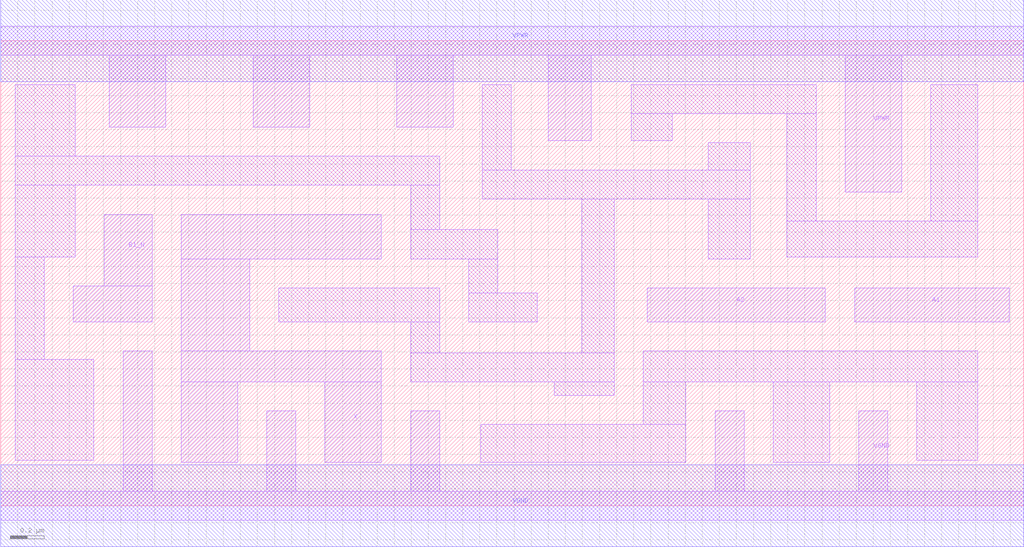
<source format=lef>
# Copyright 2020 The SkyWater PDK Authors
#
# Licensed under the Apache License, Version 2.0 (the "License");
# you may not use this file except in compliance with the License.
# You may obtain a copy of the License at
#
#     https://www.apache.org/licenses/LICENSE-2.0
#
# Unless required by applicable law or agreed to in writing, software
# distributed under the License is distributed on an "AS IS" BASIS,
# WITHOUT WARRANTIES OR CONDITIONS OF ANY KIND, either express or implied.
# See the License for the specific language governing permissions and
# limitations under the License.
#
# SPDX-License-Identifier: Apache-2.0

VERSION 5.5 ;
NAMESCASESENSITIVE ON ;
BUSBITCHARS "[]" ;
DIVIDERCHAR "/" ;
MACRO sky130_fd_sc_hd__o21ba_4
  CLASS CORE ;
  SOURCE USER ;
  ORIGIN  0.000000  0.000000 ;
  SIZE  5.980000 BY  2.720000 ;
  SYMMETRY X Y R90 ;
  SITE unithd ;
  PIN A1
    ANTENNAGATEAREA  0.495000 ;
    DIRECTION INPUT ;
    USE SIGNAL ;
    PORT
      LAYER li1 ;
        RECT 4.990000 1.075000 5.895000 1.275000 ;
    END
  END A1
  PIN A2
    ANTENNAGATEAREA  0.495000 ;
    DIRECTION INPUT ;
    USE SIGNAL ;
    PORT
      LAYER li1 ;
        RECT 3.780000 1.075000 4.820000 1.275000 ;
    END
  END A2
  PIN B1_N
    ANTENNAGATEAREA  0.247500 ;
    DIRECTION INPUT ;
    USE SIGNAL ;
    PORT
      LAYER li1 ;
        RECT 0.425000 1.075000 0.885000 1.285000 ;
        RECT 0.605000 1.285000 0.885000 1.705000 ;
    END
  END B1_N
  PIN X
    ANTENNADIFFAREA  0.891000 ;
    DIRECTION OUTPUT ;
    USE SIGNAL ;
    PORT
      LAYER li1 ;
        RECT 1.055000 0.255000 1.385000 0.725000 ;
        RECT 1.055000 0.725000 2.225000 0.905000 ;
        RECT 1.055000 0.905000 1.455000 1.445000 ;
        RECT 1.055000 1.445000 2.225000 1.705000 ;
        RECT 1.895000 0.255000 2.225000 0.725000 ;
    END
  END X
  PIN VGND
    DIRECTION INOUT ;
    SHAPE ABUTMENT ;
    USE GROUND ;
    PORT
      LAYER li1 ;
        RECT 0.000000 -0.085000 5.980000 0.085000 ;
        RECT 0.715000  0.085000 0.885000 0.905000 ;
        RECT 1.555000  0.085000 1.725000 0.555000 ;
        RECT 2.395000  0.085000 2.565000 0.555000 ;
        RECT 4.175000  0.085000 4.345000 0.555000 ;
        RECT 5.015000  0.085000 5.185000 0.555000 ;
    END
    PORT
      LAYER met1 ;
        RECT 0.000000 -0.240000 5.980000 0.240000 ;
    END
  END VGND
  PIN VNB
    DIRECTION INOUT ;
    USE GROUND ;
    PORT
    END
  END VNB
  PIN VPB
    DIRECTION INOUT ;
    USE POWER ;
    PORT
    END
  END VPB
  PIN VPWR
    DIRECTION INOUT ;
    SHAPE ABUTMENT ;
    USE POWER ;
    PORT
      LAYER li1 ;
        RECT 0.000000 2.635000 5.980000 2.805000 ;
        RECT 0.635000 2.215000 0.965000 2.635000 ;
        RECT 1.475000 2.215000 1.805000 2.635000 ;
        RECT 2.315000 2.215000 2.645000 2.635000 ;
        RECT 3.200000 2.135000 3.450000 2.635000 ;
        RECT 4.935000 1.835000 5.265000 2.635000 ;
    END
    PORT
      LAYER met1 ;
        RECT 0.000000 2.480000 5.980000 2.960000 ;
    END
  END VPWR
  OBS
    LAYER li1 ;
      RECT 0.085000 0.265000 0.545000 0.855000 ;
      RECT 0.085000 0.855000 0.255000 1.455000 ;
      RECT 0.085000 1.455000 0.435000 1.875000 ;
      RECT 0.085000 1.875000 2.565000 2.045000 ;
      RECT 0.085000 2.045000 0.435000 2.465000 ;
      RECT 1.625000 1.075000 2.565000 1.275000 ;
      RECT 2.395000 0.725000 3.585000 0.895000 ;
      RECT 2.395000 0.895000 2.565000 1.075000 ;
      RECT 2.395000 1.445000 2.905000 1.615000 ;
      RECT 2.395000 1.615000 2.565000 1.875000 ;
      RECT 2.735000 1.075000 3.135000 1.245000 ;
      RECT 2.735000 1.245000 2.905000 1.445000 ;
      RECT 2.805000 0.255000 4.005000 0.475000 ;
      RECT 2.815000 1.795000 4.380000 1.965000 ;
      RECT 2.815000 1.965000 2.985000 2.465000 ;
      RECT 3.235000 0.645000 3.585000 0.725000 ;
      RECT 3.395000 0.895000 3.585000 1.795000 ;
      RECT 3.685000 2.135000 3.925000 2.295000 ;
      RECT 3.685000 2.295000 4.765000 2.465000 ;
      RECT 3.755000 0.475000 4.005000 0.725000 ;
      RECT 3.755000 0.725000 5.710000 0.905000 ;
      RECT 4.135000 1.445000 4.380000 1.795000 ;
      RECT 4.135000 1.965000 4.380000 2.125000 ;
      RECT 4.515000 0.255000 4.845000 0.725000 ;
      RECT 4.595000 1.455000 5.710000 1.665000 ;
      RECT 4.595000 1.665000 4.765000 2.295000 ;
      RECT 5.355000 0.265000 5.710000 0.725000 ;
      RECT 5.435000 1.665000 5.710000 2.465000 ;
  END
END sky130_fd_sc_hd__o21ba_4
END LIBRARY

</source>
